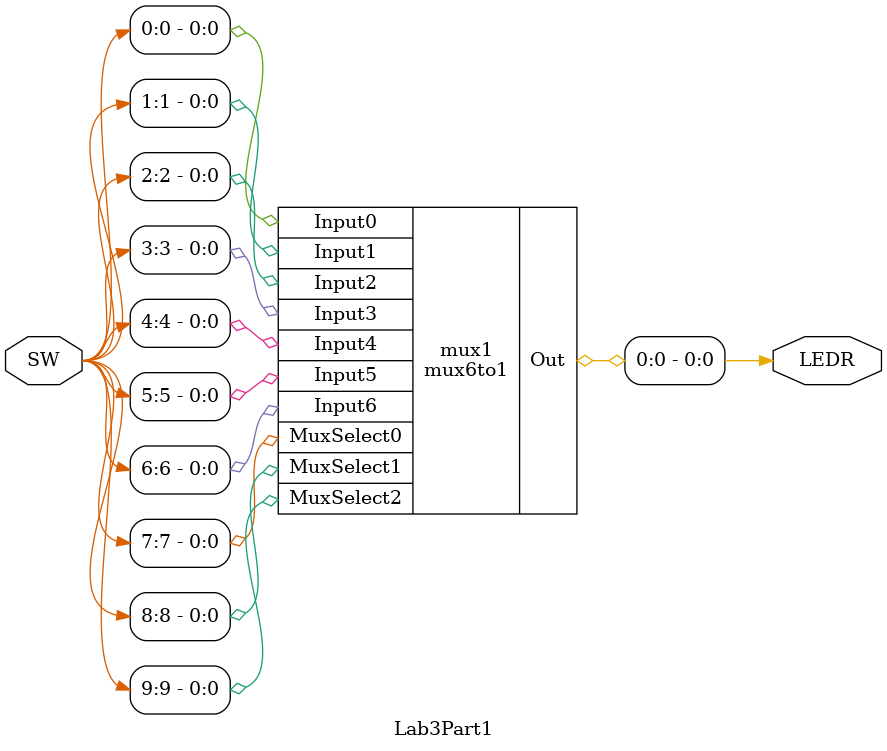
<source format=v>
`timescale 1ns / 1ns // `timescale time_unit/time_precision

module mux6to1(input Input0,Input1,Input2,Input3,Input4,Input5,Input6,MuxSelect0,MuxSelect1,MuxSelect2, output reg Out);
	
	
	always @(*) // declare always block
	begin
		case ({MuxSelect0,MuxSelect1,MuxSelect2}) // start case statement
			3'b000: Out = Input0;// case 0
			3'b001: Out = Input1;// case 1
			3'b010: Out = Input2;// case 2
			3'b011: Out = Input3;// case 3
			3'b100: Out = Input4; // case 4
			3'b101: Out = Input5; // case 5
			default: Out = Input0; // default case
		endcase
	end
endmodule

module Lab3Part1(SW, LEDR);
	input [9:0]SW;
	output [9:0]LEDR;
	
	mux6to1 mux1(SW[0], SW[1], SW[2], SW[3], SW[4], SW[5], SW[6], SW[7], SW[8], SW[9], LEDR[0]);
endmodule

</source>
